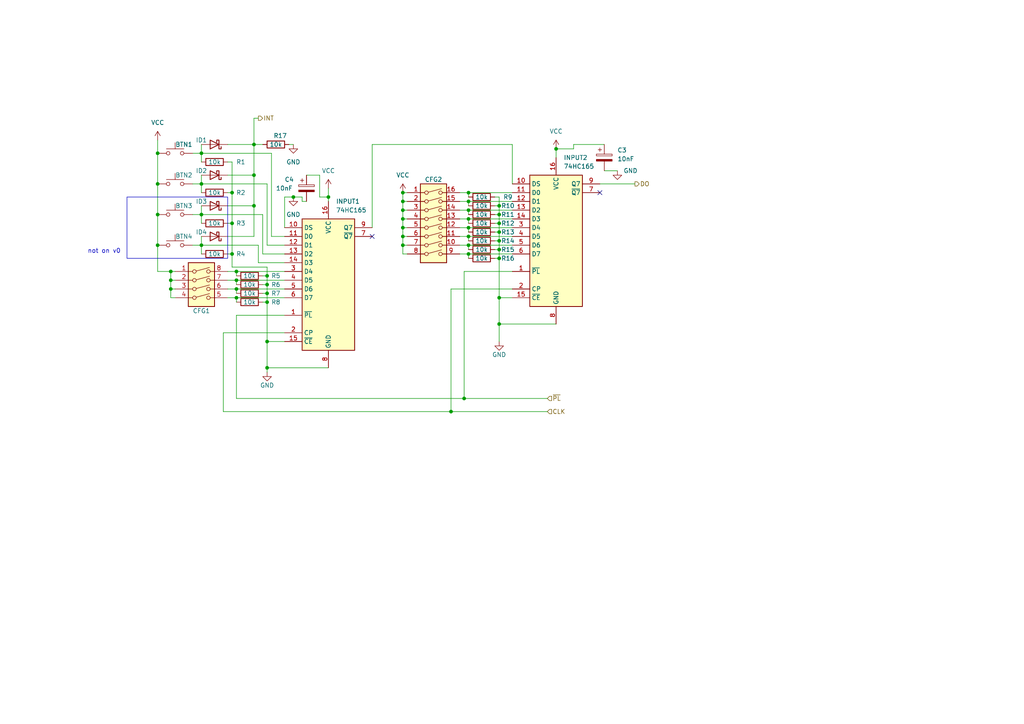
<source format=kicad_sch>
(kicad_sch (version 20230121) (generator eeschema)
  (paper "A4")
  (lib_symbols
    (symbol "74xx:74HC165"
      (property "Reference" "U" (at -7.62 19.05 0))
      (property "Value" "74HC165" (at -7.62 -21.59 0))
      (symbol "74HC165_1_0"
        (pin input line (at -12.7 -10.16 0) (length 5.08) (name "~{PL}") (number "1"))
        (pin input line (at -12.7 15.24 0) (length 5.08) (name "DS") (number "10"))
        (pin input line (at -12.7 12.7 0) (length 5.08) (name "D0") (number "11"))
        (pin input line (at -12.7 10.16 0) (length 5.08) (name "D1") (number "12"))
        (pin input line (at -12.7 7.62 0) (length 5.08) (name "D2") (number "13"))
        (pin input line (at -12.7 5.08 0) (length 5.08) (name "D3") (number "14"))
        (pin input line (at -12.7 -17.78 0) (length 5.08) (name "~{CE}") (number "15"))
        (pin power_in line (at 0 22.86 270) (length 5.08) (name "VCC") (number "16"))
        (pin input line (at -12.7 -15.24 0) (length 5.08) (name "CP") (number "2"))
        (pin input line (at -12.7 2.54 0) (length 5.08) (name "D4") (number "3"))
        (pin input line (at -12.7 0 0) (length 5.08) (name "D5") (number "4"))
        (pin input line (at -12.7 -2.54 0) (length 5.08) (name "D6") (number "5"))
        (pin input line (at -12.7 -5.08 0) (length 5.08) (name "D7") (number "6"))
        (pin output line (at 12.7 12.7 180) (length 5.08) (name "~{Q7}") (number "7"))
        (pin power_in line (at 0 -25.4 90) (length 5.08) (name "GND") (number "8"))
        (pin output line (at 12.7 15.24 180) (length 5.08) (name "Q7") (number "9"))
      )
      (symbol "74HC165_1_1"
        (rectangle (start -7.62 17.78) (end 7.62 -20.32) (stroke (width 0.254)) (fill (type background)))
      )
    )
    (symbol "Device:C_Polarized" (pin_numbers hide) (pin_names (offset 0.254))
      (property "Reference" "C" (at 0.635 2.54 0))
      (property "Value" "C_Polarized" (at 0.635 -2.54 0))
      (symbol "C_Polarized_0_1"
        (rectangle (start -2.286 0.508) (end 2.286 1.016))
        (polyline (pts (xy -1.778 2.286) (xy -0.762 2.286)))
        (polyline (pts (xy -1.27 2.794) (xy -1.27 1.778)))
        (rectangle (start 2.286 -0.508) (end -2.286 -1.016) (fill (type outline)))
      )
      (symbol "C_Polarized_1_1"
        (pin passive line (at 0 3.81 270) (length 2.794) (name "~") (number "1"))
        (pin passive line (at 0 -3.81 90) (length 2.794) (name "~") (number "2"))
      )
    )
    (symbol "Device:D_Schottky" (pin_numbers hide) (pin_names (offset 1.016) hide)
      (property "Reference" "D" (at 0 2.54 0))
      (property "Value" "D_Schottky" (at 0 -2.54 0))
      (symbol "D_Schottky_0_1"
        (polyline (pts (xy 1.27 0) (xy -1.27 0)))
        (polyline (pts (xy 1.27 1.27) (xy 1.27 -1.27) (xy -1.27 0) (xy 1.27 1.27)) (stroke (width 0.254)))
        (polyline (pts (xy -1.905 0.635) (xy -1.905 1.27) (xy -1.27 1.27) (xy -1.27 -1.27) (xy -0.635 -1.27) (xy -0.635 -0.635)) (stroke (width 0.254)))
      )
      (symbol "D_Schottky_1_1"
        (pin passive line (at -3.81 0 0) (length 2.54) (name "K") (number "1"))
        (pin passive line (at 3.81 0 180) (length 2.54) (name "A") (number "2"))
      )
    )
    (symbol "Device:R" (pin_numbers hide) (pin_names (offset 0))
      (property "Reference" "R" (at 2.032 0 90))
      (property "Value" "R" (at 0 0 90))
      (symbol "R_0_1"
        (rectangle (start -1.016 -2.54) (end 1.016 2.54) (stroke (width 0.254)))
      )
      (symbol "R_1_1"
        (pin passive line (at 0 3.81 270) (length 1.27) (name "~") (number "1"))
        (pin passive line (at 0 -3.81 90) (length 1.27) (name "~") (number "2"))
      )
    )
    (symbol "Switch:SW_DIP_x04" (pin_names (offset 0) hide)
      (property "Reference" "SW" (at 0 8.89 0))
      (property "Value" "SW_DIP_x04" (at 0 -6.35 0))
      (symbol "SW_DIP_x04_0_0"
        (circle (center -2.032 -2.54) (radius 0.508))
        (circle (center -2.032 0) (radius 0.508))
        (circle (center -2.032 2.54) (radius 0.508))
        (circle (center -2.032 5.08) (radius 0.508))
        (polyline (pts (xy -1.524 -2.3876) (xy 2.3622 -1.3462)))
        (polyline (pts (xy -1.524 0.127) (xy 2.3622 1.1684)))
        (polyline (pts (xy -1.524 2.667) (xy 2.3622 3.7084)))
        (polyline (pts (xy -1.524 5.207) (xy 2.3622 6.2484)))
        (circle (center 2.032 -2.54) (radius 0.508))
        (circle (center 2.032 0) (radius 0.508))
        (circle (center 2.032 2.54) (radius 0.508))
        (circle (center 2.032 5.08) (radius 0.508))
      )
      (symbol "SW_DIP_x04_0_1"
        (rectangle (start -3.81 7.62) (end 3.81 -5.08) (stroke (width 0.254)) (fill (type background)))
      )
      (symbol "SW_DIP_x04_1_1"
        (pin passive line (at -7.62 5.08 0) (length 5.08) (name "~") (number "1"))
        (pin passive line (at -7.62 2.54 0) (length 5.08) (name "~") (number "2"))
        (pin passive line (at -7.62 0 0) (length 5.08) (name "~") (number "3"))
        (pin passive line (at -7.62 -2.54 0) (length 5.08) (name "~") (number "4"))
        (pin passive line (at 7.62 -2.54 180) (length 5.08) (name "~") (number "5"))
        (pin passive line (at 7.62 0 180) (length 5.08) (name "~") (number "6"))
        (pin passive line (at 7.62 2.54 180) (length 5.08) (name "~") (number "7"))
        (pin passive line (at 7.62 5.08 180) (length 5.08) (name "~") (number "8"))
      )
    )
    (symbol "Switch:SW_DIP_x08" (pin_names (offset 0) hide)
      (property "Reference" "SW" (at 0 13.97 0))
      (property "Value" "SW_DIP_x08" (at 0 -11.43 0))
      (symbol "SW_DIP_x08_0_0"
        (circle (center -2.032 -7.62) (radius 0.508))
        (circle (center -2.032 -5.08) (radius 0.508))
        (circle (center -2.032 -2.54) (radius 0.508))
        (circle (center -2.032 0) (radius 0.508))
        (circle (center -2.032 2.54) (radius 0.508))
        (circle (center -2.032 5.08) (radius 0.508))
        (circle (center -2.032 7.62) (radius 0.508))
        (circle (center -2.032 10.16) (radius 0.508))
        (polyline (pts (xy -1.524 -7.4676) (xy 2.3622 -6.4262)))
        (polyline (pts (xy -1.524 -4.9276) (xy 2.3622 -3.8862)))
        (polyline (pts (xy -1.524 -2.3876) (xy 2.3622 -1.3462)))
        (polyline (pts (xy -1.524 0.127) (xy 2.3622 1.1684)))
        (polyline (pts (xy -1.524 2.667) (xy 2.3622 3.7084)))
        (polyline (pts (xy -1.524 5.207) (xy 2.3622 6.2484)))
        (polyline (pts (xy -1.524 7.747) (xy 2.3622 8.7884)))
        (polyline (pts (xy -1.524 10.287) (xy 2.3622 11.3284)))
        (circle (center 2.032 -7.62) (radius 0.508))
        (circle (center 2.032 -5.08) (radius 0.508))
        (circle (center 2.032 -2.54) (radius 0.508))
        (circle (center 2.032 0) (radius 0.508))
        (circle (center 2.032 2.54) (radius 0.508))
        (circle (center 2.032 5.08) (radius 0.508))
        (circle (center 2.032 7.62) (radius 0.508))
        (circle (center 2.032 10.16) (radius 0.508))
      )
      (symbol "SW_DIP_x08_0_1"
        (rectangle (start -3.81 12.7) (end 3.81 -10.16) (stroke (width 0.254)) (fill (type background)))
      )
      (symbol "SW_DIP_x08_1_1"
        (pin passive line (at -7.62 10.16 0) (length 5.08) (name "~") (number "1"))
        (pin passive line (at 7.62 -5.08 180) (length 5.08) (name "~") (number "10"))
        (pin passive line (at 7.62 -2.54 180) (length 5.08) (name "~") (number "11"))
        (pin passive line (at 7.62 0 180) (length 5.08) (name "~") (number "12"))
        (pin passive line (at 7.62 2.54 180) (length 5.08) (name "~") (number "13"))
        (pin passive line (at 7.62 5.08 180) (length 5.08) (name "~") (number "14"))
        (pin passive line (at 7.62 7.62 180) (length 5.08) (name "~") (number "15"))
        (pin passive line (at 7.62 10.16 180) (length 5.08) (name "~") (number "16"))
        (pin passive line (at -7.62 7.62 0) (length 5.08) (name "~") (number "2"))
        (pin passive line (at -7.62 5.08 0) (length 5.08) (name "~") (number "3"))
        (pin passive line (at -7.62 2.54 0) (length 5.08) (name "~") (number "4"))
        (pin passive line (at -7.62 0 0) (length 5.08) (name "~") (number "5"))
        (pin passive line (at -7.62 -2.54 0) (length 5.08) (name "~") (number "6"))
        (pin passive line (at -7.62 -5.08 0) (length 5.08) (name "~") (number "7"))
        (pin passive line (at -7.62 -7.62 0) (length 5.08) (name "~") (number "8"))
        (pin passive line (at 7.62 -7.62 180) (length 5.08) (name "~") (number "9"))
      )
    )
    (symbol "Switch:SW_Push" (pin_numbers hide) (pin_names (offset 1.016) hide)
      (property "Reference" "SW" (at 1.27 2.54 0))
      (property "Value" "SW_Push" (at 0 -1.524 0))
      (symbol "SW_Push_0_1"
        (circle (center -2.032 0) (radius 0.508))
        (polyline (pts (xy 0 1.27) (xy 0 3.048)))
        (polyline (pts (xy 2.54 1.27) (xy -2.54 1.27)))
        (circle (center 2.032 0) (radius 0.508))
        (pin passive line (at -5.08 0 0) (length 2.54) (name "1") (number "1"))
        (pin passive line (at 5.08 0 180) (length 2.54) (name "2") (number "2"))
      )
    )
    (symbol "power:GND" (power) (pin_names (offset 0))
      (property "Value" "GND" (at 0 -3.81 0))
      (symbol "GND_0_1"
        (polyline (pts (xy 0 0) (xy 0 -1.27) (xy 1.27 -1.27) (xy 0 -2.54) (xy -1.27 -1.27) (xy 0 -1.27)))
      )
      (symbol "GND_1_1"
        (pin power_in line (at 0 0 270) (length 0) hide (name "GND") (number "1"))
      )
    )
    (symbol "power:VCC" (power) (pin_names (offset 0))
      (property "Value" "VCC" (at 0 3.81 0))
      (symbol "VCC_0_1"
        (polyline (pts (xy -0.762 1.27) (xy 0 2.54)))
        (polyline (pts (xy 0 0) (xy 0 2.54)))
        (polyline (pts (xy 0 2.54) (xy 0.762 1.27)))
      )
      (symbol "VCC_1_1"
        (pin power_in line (at 0 0 90) (length 0) hide (name "VCC") (number "1"))
      )
    )
  )
  (junction (at 144.78 74.93))
  (junction (at 58.42 44.45))
  (junction (at 73.66 41.91))
  (junction (at 116.84 71.12))
  (junction (at 77.47 80.01))
  (junction (at 45.72 53.34))
  (junction (at 95.25 57.15))
  (junction (at 58.42 53.34))
  (junction (at 135.89 55.88))
  (junction (at 77.47 106.68))
  (junction (at 49.53 81.28))
  (junction (at 116.84 66.04))
  (junction (at 73.66 59.69))
  (junction (at 144.78 59.69))
  (junction (at 134.62 115.57))
  (junction (at 58.42 62.23))
  (junction (at 68.58 86.36))
  (junction (at 144.78 86.36))
  (junction (at 144.78 62.23))
  (junction (at 135.89 73.66))
  (junction (at 49.53 83.82))
  (junction (at 67.31 73.66))
  (junction (at 68.58 83.82))
  (junction (at 45.72 62.23))
  (junction (at 116.84 60.96))
  (junction (at 135.89 71.12))
  (junction (at 67.31 55.88))
  (junction (at 135.89 58.42))
  (junction (at 135.89 60.96))
  (junction (at 130.81 119.38))
  (junction (at 116.84 68.58))
  (junction (at 45.72 44.45))
  (junction (at 77.47 85.09))
  (junction (at 77.47 87.63))
  (junction (at 144.78 72.39))
  (junction (at 77.47 99.06))
  (junction (at 68.58 81.28))
  (junction (at 135.89 63.5))
  (junction (at 73.66 50.8))
  (junction (at 85.09 57.15))
  (junction (at 67.31 64.77))
  (junction (at 161.29 43.18))
  (junction (at 49.53 78.74))
  (junction (at 144.78 64.77))
  (junction (at 116.84 58.42))
  (junction (at 68.58 78.74))
  (junction (at 45.72 71.12))
  (junction (at 77.47 82.55))
  (junction (at 116.84 55.88))
  (junction (at 144.78 93.98))
  (junction (at 135.89 66.04))
  (junction (at 58.42 71.12))
  (junction (at 144.78 67.31))
  (junction (at 144.78 69.85))
  (junction (at 116.84 63.5))
  (junction (at 135.89 68.58))
  (no_connect (at 107.95 68.58))
  (no_connect (at 173.99 55.88))
  (wire (pts (xy 68.58 115.57) (xy 134.62 115.57)))
  (wire (pts (xy 161.29 43.18) (xy 161.29 45.72)))
  (wire (pts (xy 77.47 85.09) (xy 77.47 87.63)))
  (wire (pts (xy 144.78 67.31) (xy 144.78 69.85)))
  (wire (pts (xy 116.84 71.12) (xy 118.11 71.12)))
  (wire (pts (xy 85.09 57.15) (xy 87.63 57.15)))
  (wire (pts (xy 83.82 41.91) (xy 85.09 41.91)))
  (wire (pts (xy 135.89 60.96) (xy 148.59 60.96)))
  (wire (pts (xy 76.2 87.63) (xy 77.47 87.63)))
  (wire (pts (xy 144.78 74.93) (xy 144.78 86.36)))
  (wire (pts (xy 148.59 78.74) (xy 134.62 78.74)))
  (wire (pts (xy 82.55 57.15) (xy 85.09 57.15)))
  (wire (pts (xy 49.53 83.82) (xy 49.53 86.36)))
  (wire (pts (xy 118.11 55.88) (xy 116.84 55.88)))
  (wire (pts (xy 77.47 82.55) (xy 77.47 85.09)))
  (wire (pts (xy 58.42 53.34) (xy 77.47 53.34)))
  (wire (pts (xy 58.42 71.12) (xy 58.42 68.58)))
  (wire (pts (xy 64.77 119.38) (xy 130.81 119.38)))
  (wire (pts (xy 144.78 93.98) (xy 144.78 99.06)))
  (wire (pts (xy 133.35 55.88) (xy 135.89 55.88)))
  (wire (pts (xy 66.04 50.8) (xy 73.66 50.8)))
  (wire (pts (xy 173.99 53.34) (xy 184.15 53.34)))
  (wire (pts (xy 134.62 78.74) (xy 134.62 115.57)))
  (wire (pts (xy 116.84 68.58) (xy 118.11 68.58)))
  (wire (pts (xy 55.88 62.23) (xy 58.42 62.23)))
  (wire (pts (xy 92.71 57.15) (xy 95.25 57.15)))
  (wire (pts (xy 116.84 71.12) (xy 116.84 73.66)))
  (wire (pts (xy 74.93 71.12) (xy 74.93 76.2)))
  (wire (pts (xy 143.51 69.85) (xy 144.78 69.85)))
  (wire (pts (xy 76.2 80.01) (xy 77.47 80.01)))
  (wire (pts (xy 135.89 66.04) (xy 135.89 67.31)))
  (wire (pts (xy 143.51 74.93) (xy 144.78 74.93)))
  (wire (pts (xy 135.89 58.42) (xy 148.59 58.42)))
  (wire (pts (xy 73.66 50.8) (xy 73.66 59.69)))
  (wire (pts (xy 73.66 41.91) (xy 73.66 50.8)))
  (wire (pts (xy 77.47 80.01) (xy 77.47 82.55)))
  (wire (pts (xy 76.2 73.66) (xy 82.55 73.66)))
  (wire (pts (xy 116.84 63.5) (xy 118.11 63.5)))
  (wire (pts (xy 66.04 83.82) (xy 68.58 83.82)))
  (wire (pts (xy 175.26 49.53) (xy 179.07 49.53)))
  (wire (pts (xy 58.42 53.34) (xy 58.42 50.8)))
  (wire (pts (xy 130.81 119.38) (xy 158.75 119.38)))
  (wire (pts (xy 116.84 68.58) (xy 116.84 71.12)))
  (wire (pts (xy 87.63 58.42) (xy 87.63 57.15)))
  (wire (pts (xy 133.35 58.42) (xy 135.89 58.42)))
  (wire (pts (xy 55.88 44.45) (xy 58.42 44.45)))
  (wire (pts (xy 135.89 66.04) (xy 148.59 66.04)))
  (wire (pts (xy 49.53 86.36) (xy 50.8 86.36)))
  (wire (pts (xy 55.88 71.12) (xy 58.42 71.12)))
  (wire (pts (xy 88.9 58.42) (xy 87.63 58.42)))
  (wire (pts (xy 92.71 50.8) (xy 92.71 57.15)))
  (wire (pts (xy 116.84 73.66) (xy 118.11 73.66)))
  (wire (pts (xy 67.31 46.99) (xy 66.04 46.99)))
  (wire (pts (xy 77.47 87.63) (xy 77.47 99.06)))
  (wire (pts (xy 58.42 53.34) (xy 58.42 55.88)))
  (wire (pts (xy 116.84 63.5) (xy 116.84 66.04)))
  (wire (pts (xy 68.58 86.36) (xy 82.55 86.36)))
  (wire (pts (xy 77.47 106.68) (xy 77.47 107.95)))
  (wire (pts (xy 49.53 83.82) (xy 50.8 83.82)))
  (wire (pts (xy 76.2 82.55) (xy 77.47 82.55)))
  (wire (pts (xy 166.37 41.91) (xy 166.37 43.18)))
  (wire (pts (xy 66.04 64.77) (xy 67.31 64.77)))
  (wire (pts (xy 116.84 66.04) (xy 116.84 68.58)))
  (wire (pts (xy 67.31 77.47) (xy 67.31 73.66)))
  (wire (pts (xy 134.62 115.57) (xy 158.75 115.57)))
  (wire (pts (xy 135.89 60.96) (xy 135.89 62.23)))
  (wire (pts (xy 45.72 44.45) (xy 45.72 53.34)))
  (wire (pts (xy 58.42 44.45) (xy 58.42 41.91)))
  (wire (pts (xy 135.89 73.66) (xy 148.59 73.66)))
  (wire (pts (xy 55.88 53.34) (xy 58.42 53.34)))
  (wire (pts (xy 73.66 34.29) (xy 73.66 41.91)))
  (wire (pts (xy 68.58 81.28) (xy 82.55 81.28)))
  (wire (pts (xy 64.77 96.52) (xy 82.55 96.52)))
  (wire (pts (xy 143.51 64.77) (xy 144.78 64.77)))
  (wire (pts (xy 116.84 60.96) (xy 116.84 63.5)))
  (wire (pts (xy 143.51 72.39) (xy 144.78 72.39)))
  (wire (pts (xy 135.89 71.12) (xy 148.59 71.12)))
  (wire (pts (xy 143.51 67.31) (xy 144.78 67.31)))
  (wire (pts (xy 74.93 76.2) (xy 82.55 76.2)))
  (wire (pts (xy 67.31 55.88) (xy 67.31 46.99)))
  (wire (pts (xy 135.89 55.88) (xy 135.89 57.15)))
  (wire (pts (xy 66.04 55.88) (xy 67.31 55.88)))
  (wire (pts (xy 135.89 55.88) (xy 148.59 55.88)))
  (wire (pts (xy 143.51 59.69) (xy 144.78 59.69)))
  (wire (pts (xy 49.53 78.74) (xy 45.72 78.74)))
  (wire (pts (xy 45.72 40.64) (xy 45.72 44.45)))
  (wire (pts (xy 78.74 68.58) (xy 78.74 44.45)))
  (wire (pts (xy 77.47 77.47) (xy 67.31 77.47)))
  (wire (pts (xy 45.72 78.74) (xy 45.72 71.12)))
  (wire (pts (xy 68.58 81.28) (xy 68.58 82.55)))
  (wire (pts (xy 66.04 81.28) (xy 68.58 81.28)))
  (wire (pts (xy 135.89 71.12) (xy 135.89 72.39)))
  (wire (pts (xy 49.53 81.28) (xy 49.53 83.82)))
  (wire (pts (xy 133.35 68.58) (xy 135.89 68.58)))
  (wire (pts (xy 77.47 106.68) (xy 95.25 106.68)))
  (wire (pts (xy 133.35 71.12) (xy 135.89 71.12)))
  (wire (pts (xy 66.04 78.74) (xy 68.58 78.74)))
  (wire (pts (xy 49.53 78.74) (xy 50.8 78.74)))
  (wire (pts (xy 144.78 86.36) (xy 148.59 86.36)))
  (wire (pts (xy 166.37 43.18) (xy 161.29 43.18)))
  (wire (pts (xy 66.04 59.69) (xy 73.66 59.69)))
  (wire (pts (xy 88.9 50.8) (xy 92.71 50.8)))
  (wire (pts (xy 144.78 69.85) (xy 144.78 72.39)))
  (wire (pts (xy 133.35 63.5) (xy 135.89 63.5)))
  (wire (pts (xy 144.78 64.77) (xy 144.78 67.31)))
  (wire (pts (xy 135.89 68.58) (xy 148.59 68.58)))
  (wire (pts (xy 135.89 73.66) (xy 135.89 74.93)))
  (wire (pts (xy 68.58 83.82) (xy 68.58 85.09)))
  (wire (pts (xy 58.42 71.12) (xy 58.42 73.66)))
  (wire (pts (xy 77.47 99.06) (xy 82.55 99.06)))
  (wire (pts (xy 116.84 58.42) (xy 118.11 58.42)))
  (wire (pts (xy 66.04 86.36) (xy 68.58 86.36)))
  (wire (pts (xy 58.42 62.23) (xy 76.2 62.23)))
  (wire (pts (xy 77.47 71.12) (xy 82.55 71.12)))
  (wire (pts (xy 68.58 83.82) (xy 82.55 83.82)))
  (wire (pts (xy 143.51 57.15) (xy 144.78 57.15)))
  (wire (pts (xy 64.77 96.52) (xy 64.77 119.38)))
  (wire (pts (xy 135.89 63.5) (xy 135.89 64.77)))
  (wire (pts (xy 68.58 91.44) (xy 68.58 115.57)))
  (wire (pts (xy 77.47 99.06) (xy 77.47 106.68)))
  (wire (pts (xy 107.95 66.04) (xy 107.95 41.91)))
  (wire (pts (xy 133.35 73.66) (xy 135.89 73.66)))
  (wire (pts (xy 144.78 86.36) (xy 144.78 93.98)))
  (wire (pts (xy 76.2 62.23) (xy 76.2 73.66)))
  (wire (pts (xy 144.78 93.98) (xy 161.29 93.98)))
  (wire (pts (xy 76.2 85.09) (xy 77.47 85.09)))
  (wire (pts (xy 82.55 68.58) (xy 78.74 68.58)))
  (wire (pts (xy 74.93 34.29) (xy 73.66 34.29)))
  (wire (pts (xy 58.42 44.45) (xy 58.42 46.99)))
  (wire (pts (xy 78.74 44.45) (xy 58.42 44.45)))
  (wire (pts (xy 58.42 62.23) (xy 58.42 64.77)))
  (wire (pts (xy 73.66 59.69) (xy 73.66 68.58)))
  (wire (pts (xy 144.78 59.69) (xy 144.78 62.23)))
  (wire (pts (xy 58.42 62.23) (xy 58.42 59.69)))
  (wire (pts (xy 144.78 57.15) (xy 144.78 59.69)))
  (wire (pts (xy 135.89 68.58) (xy 135.89 69.85)))
  (wire (pts (xy 143.51 62.23) (xy 144.78 62.23)))
  (wire (pts (xy 82.55 66.04) (xy 82.55 57.15)))
  (wire (pts (xy 130.81 83.82) (xy 130.81 119.38)))
  (wire (pts (xy 148.59 83.82) (xy 130.81 83.82)))
  (wire (pts (xy 66.04 41.91) (xy 73.66 41.91)))
  (wire (pts (xy 49.53 81.28) (xy 50.8 81.28)))
  (wire (pts (xy 67.31 64.77) (xy 67.31 55.88)))
  (wire (pts (xy 148.59 41.91) (xy 148.59 53.34)))
  (wire (pts (xy 135.89 58.42) (xy 135.89 59.69)))
  (wire (pts (xy 68.58 78.74) (xy 68.58 80.01)))
  (wire (pts (xy 49.53 78.74) (xy 49.53 81.28)))
  (wire (pts (xy 175.26 41.91) (xy 166.37 41.91)))
  (wire (pts (xy 95.25 57.15) (xy 95.25 58.42)))
  (wire (pts (xy 116.84 58.42) (xy 116.84 60.96)))
  (wire (pts (xy 107.95 41.91) (xy 148.59 41.91)))
  (wire (pts (xy 68.58 78.74) (xy 82.55 78.74)))
  (wire (pts (xy 45.72 53.34) (xy 45.72 62.23)))
  (wire (pts (xy 45.72 62.23) (xy 45.72 71.12)))
  (wire (pts (xy 144.78 72.39) (xy 144.78 74.93)))
  (wire (pts (xy 133.35 60.96) (xy 135.89 60.96)))
  (wire (pts (xy 116.84 55.88) (xy 116.84 58.42)))
  (wire (pts (xy 68.58 86.36) (xy 68.58 87.63)))
  (wire (pts (xy 73.66 68.58) (xy 66.04 68.58)))
  (wire (pts (xy 95.25 54.61) (xy 95.25 57.15)))
  (wire (pts (xy 133.35 66.04) (xy 135.89 66.04)))
  (wire (pts (xy 144.78 62.23) (xy 144.78 64.77)))
  (wire (pts (xy 66.04 73.66) (xy 67.31 73.66)))
  (wire (pts (xy 135.89 63.5) (xy 148.59 63.5)))
  (wire (pts (xy 77.47 53.34) (xy 77.47 71.12)))
  (wire (pts (xy 73.66 41.91) (xy 76.2 41.91)))
  (wire (pts (xy 116.84 60.96) (xy 118.11 60.96)))
  (wire (pts (xy 116.84 66.04) (xy 118.11 66.04)))
  (wire (pts (xy 82.55 91.44) (xy 68.58 91.44)))
  (wire (pts (xy 58.42 71.12) (xy 74.93 71.12)))
  (wire (pts (xy 77.47 80.01) (xy 77.47 77.47)))
  (wire (pts (xy 67.31 73.66) (xy 67.31 64.77)))
  (rectangle (start 36.83 57.15) (end 66.04 74.93))
  (text "not on v0" (at 25.4 73.66 0) (effects (font (size 1.27 1.27)) (justify left bottom)))
  (hierarchical_label "INT" (shape output) (at 74.93 34.29 0))
  (hierarchical_label "DO" (shape output) (at 184.15 53.34 0))
  (hierarchical_label "~{PL}" (shape input) (at 158.75 115.57 0))
  (hierarchical_label "CLK" (shape input) (at 158.75 119.38 0))
  (symbol (lib_id "Device:R") (at 139.7 59.69 90) (unit 1)
    (property "Reference" "R10" (at 147.32 59.69 90))
    (property "Value" "10k" (at 139.7 59.69 90))
    (property "Footprint" "Resistor_SMD:R_0805_2012Metric_Pad1.20x1.40mm_HandSolder" (effects hide))
  )
  (symbol (lib_id "Device:C_Polarized") (at 175.26 45.72 0) (unit 1)
    (property "Reference" "C3" (at 179.07 43.561 0) (effects (justify left)))
    (property "Value" "10nF" (at 179.07 46.101 0) (effects (justify left)))
    (property "Footprint" "Capacitor_SMD:C_0805_2012Metric_Pad1.18x1.45mm_HandSolder" (effects hide))
  )
  (symbol (lib_id "power:GND") (at 144.78 99.06 0) (unit 1)
    (property "Reference" "#PWR06" (effects hide))
    (property "Value" "GND" (at 144.78 102.87 0))
  )
  (symbol (lib_id "Device:D_Schottky") (at 62.23 59.69 180) (unit 1) (in_bom no) (on_board no)
    (property "Reference" "ID3" (at 58.42 58.42 0))
    (property "Value" "D_Schottky" (effects hide))
    (property "Footprint" "Diode_SMD:D_SMA_Handsoldering" (effects hide))
  )
  (symbol (lib_id "Switch:SW_Push") (at 50.8 44.45 0) (unit 1)
    (property "Reference" "BTN1" (at 53.34 41.91 0))
    (property "Value" "SW_Push" (effects hide))
    (property "Footprint" "Button_Switch_Keyboard:SW_Cherry_MX_1.00u_PCB" (effects hide))
  )
  (symbol (lib_id "Switch:SW_Push") (at 50.8 53.34 0) (unit 1)
    (property "Reference" "BTN2" (at 53.34 50.8 0))
    (property "Value" "SW_Push" (effects hide))
    (property "Footprint" "Button_Switch_Keyboard:SW_Cherry_MX_1.00u_PCB" (effects hide))
  )
  (symbol (lib_id "Device:D_Schottky") (at 62.23 41.91 180) (unit 1)
    (property "Reference" "ID1" (at 58.42 40.64 0))
    (property "Value" "D_Schottky" (effects hide))
    (property "Footprint" "Diode_SMD:D_SMA_Handsoldering" (effects hide))
  )
  (symbol (lib_id "Device:R") (at 139.7 57.15 90) (unit 1)
    (property "Reference" "R9" (at 147.32 57.15 90))
    (property "Value" "10k" (at 139.7 57.15 90))
    (property "Footprint" "Resistor_SMD:R_0805_2012Metric_Pad1.20x1.40mm_HandSolder" (effects hide))
  )
  (symbol (lib_id "power:VCC") (at 45.72 40.64 0) (unit 1)
    (property "Reference" "#PWR01" (effects hide))
    (property "Value" "VCC" (at 45.72 35.56 0))
  )
  (symbol (lib_id "Device:R") (at 72.39 85.09 90) (unit 1)
    (property "Reference" "R7" (at 80.01 85.09 90))
    (property "Value" "10k" (at 72.39 85.09 90))
    (property "Footprint" "Resistor_SMD:R_0805_2012Metric_Pad1.20x1.40mm_HandSolder" (effects hide))
  )
  (symbol (lib_id "Switch:SW_Push") (at 50.8 62.23 0) (unit 1) (in_bom no) (on_board no)
    (property "Reference" "BTN3" (at 53.34 59.69 0))
    (property "Value" "SW_Push" (effects hide))
    (property "Footprint" "Button_Switch_Keyboard:SW_Cherry_MX_1.00u_PCB" (effects hide))
  )
  (symbol (lib_id "Device:R") (at 62.23 64.77 90) (unit 1) (in_bom no) (on_board no)
    (property "Reference" "R3" (at 69.85 64.77 90))
    (property "Value" "10k" (at 62.23 64.77 90))
    (property "Footprint" "Resistor_SMD:R_0805_2012Metric_Pad1.20x1.40mm_HandSolder" (effects hide))
  )
  (symbol (lib_id "power:VCC") (at 116.84 55.88 0) (unit 1)
    (property "Reference" "#PWR05" (effects hide))
    (property "Value" "VCC" (at 116.84 50.8 0))
  )
  (symbol (lib_id "Device:R") (at 139.7 64.77 90) (unit 1)
    (property "Reference" "R12" (at 147.32 64.77 90))
    (property "Value" "10k" (at 139.7 64.77 90))
    (property "Footprint" "Resistor_SMD:R_0805_2012Metric_Pad1.20x1.40mm_HandSolder" (effects hide))
  )
  (symbol (lib_id "Switch:SW_DIP_x08") (at 125.73 66.04 0) (unit 1)
    (property "Reference" "CFG2" (at 125.73 52.07 0))
    (property "Value" "SW_DIP_x08" (effects hide))
    (property "Footprint" "Button_Switch_THT:SW_DIP_SPSTx08_Slide_9.78x22.5mm_W7.62mm_P2.54mm" (effects hide))
  )
  (symbol (lib_id "Device:D_Schottky") (at 62.23 50.8 180) (unit 1)
    (property "Reference" "ID2" (at 58.42 49.53 0))
    (property "Value" "D_Schottky" (effects hide))
    (property "Footprint" "Diode_SMD:D_SMA_Handsoldering" (effects hide))
  )
  (symbol (lib_id "power:GND") (at 85.09 57.15 0) (unit 1)
    (property "Reference" "#PWR07" (effects hide))
    (property "Value" "GND" (at 85.09 62.23 0))
  )
  (symbol (lib_id "Switch:SW_Push") (at 50.8 71.12 0) (unit 1) (in_bom no) (on_board no)
    (property "Reference" "BTN4" (at 53.34 68.58 0))
    (property "Value" "SW_Push" (effects hide))
    (property "Footprint" "Button_Switch_Keyboard:SW_Cherry_MX_1.00u_PCB" (effects hide))
  )
  (symbol (lib_id "Device:R") (at 72.39 80.01 90) (unit 1)
    (property "Reference" "R5" (at 80.01 80.01 90))
    (property "Value" "10k" (at 72.39 80.01 90))
    (property "Footprint" "Resistor_SMD:R_0805_2012Metric_Pad1.20x1.40mm_HandSolder" (effects hide))
  )
  (symbol (lib_id "Device:R") (at 80.01 41.91 90) (unit 1)
    (property "Reference" "R17" (at 81.28 39.37 90))
    (property "Value" "10k" (at 80.01 41.91 90))
    (property "Footprint" "Resistor_SMD:R_0805_2012Metric_Pad1.20x1.40mm_HandSolder" (effects hide))
  )
  (symbol (lib_id "power:GND") (at 179.07 49.53 0) (unit 1)
    (property "Reference" "#PWR011" (effects hide))
    (property "Value" "GND" (at 182.88 49.53 0))
  )
  (symbol (lib_id "Device:R") (at 72.39 82.55 90) (unit 1)
    (property "Reference" "R6" (at 80.01 82.55 90))
    (property "Value" "10k" (at 72.39 82.55 90))
    (property "Footprint" "Resistor_SMD:R_0805_2012Metric_Pad1.20x1.40mm_HandSolder" (effects hide))
  )
  (symbol (lib_id "power:GND") (at 77.47 107.95 0) (unit 1)
    (property "Reference" "#PWR04" (effects hide))
    (property "Value" "GND" (at 77.47 111.76 0))
  )
  (symbol (lib_id "power:VCC") (at 95.25 54.61 0) (unit 1)
    (property "Reference" "#PWR010" (effects hide))
    (property "Value" "VCC" (at 95.25 49.53 0))
  )
  (symbol (lib_id "Device:R") (at 72.39 87.63 90) (unit 1)
    (property "Reference" "R8" (at 80.01 87.63 90))
    (property "Value" "10k" (at 72.39 87.63 90))
    (property "Footprint" "Resistor_SMD:R_0805_2012Metric_Pad1.20x1.40mm_HandSolder" (effects hide))
  )
  (symbol (lib_id "power:VCC") (at 161.29 43.18 0) (unit 1)
    (property "Reference" "#PWR09" (effects hide))
    (property "Value" "VCC" (at 161.29 38.1 0))
  )
  (symbol (lib_id "Switch:SW_DIP_x04") (at 58.42 83.82 0) (unit 1)
    (property "Reference" "CFG1" (at 58.42 90.17 0))
    (property "Value" "SW_DIP_x04" (effects hide))
    (property "Footprint" "Button_Switch_THT:SW_DIP_SPSTx04_Slide_9.78x12.34mm_W7.62mm_P2.54mm" (effects hide))
  )
  (symbol (lib_id "Device:R") (at 139.7 62.23 90) (unit 1)
    (property "Reference" "R11" (at 147.32 62.23 90))
    (property "Value" "10k" (at 139.7 62.23 90))
    (property "Footprint" "Resistor_SMD:R_0805_2012Metric_Pad1.20x1.40mm_HandSolder" (effects hide))
  )
  (symbol (lib_id "Device:R") (at 62.23 55.88 90) (unit 1)
    (property "Reference" "R2" (at 69.85 55.88 90))
    (property "Value" "10k" (at 62.23 55.88 90))
    (property "Footprint" "Resistor_SMD:R_0805_2012Metric_Pad1.20x1.40mm_HandSolder" (effects hide))
  )
  (symbol (lib_id "Device:D_Schottky") (at 62.23 68.58 180) (unit 1) (in_bom no) (on_board no)
    (property "Reference" "ID4" (at 58.42 67.31 0))
    (property "Value" "D_Schottky" (effects hide))
    (property "Footprint" "Diode_SMD:D_SMA_Handsoldering" (effects hide))
  )
  (symbol (lib_id "Device:R") (at 62.23 46.99 90) (unit 1)
    (property "Reference" "R1" (at 69.85 46.99 90))
    (property "Value" "10k" (at 62.23 46.99 90))
    (property "Footprint" "Resistor_SMD:R_0805_2012Metric_Pad1.20x1.40mm_HandSolder" (effects hide))
  )
  (symbol (lib_id "Device:R") (at 139.7 67.31 90) (unit 1)
    (property "Reference" "R13" (at 147.32 67.31 90))
    (property "Value" "10k" (at 139.7 67.31 90))
    (property "Footprint" "Resistor_SMD:R_0805_2012Metric_Pad1.20x1.40mm_HandSolder" (effects hide))
  )
  (symbol (lib_id "Device:C_Polarized") (at 88.9 54.61 0) (unit 1)
    (property "Reference" "C4" (at 82.55 52.07 0) (effects (justify left)))
    (property "Value" "10nF" (at 80.01 54.61 0) (effects (justify left)))
    (property "Footprint" "Capacitor_SMD:C_0805_2012Metric_Pad1.18x1.45mm_HandSolder" (effects hide))
  )
  (symbol (lib_id "Device:R") (at 139.7 69.85 90) (unit 1)
    (property "Reference" "R14" (at 147.32 69.85 90))
    (property "Value" "10k" (at 139.7 69.85 90))
    (property "Footprint" "Resistor_SMD:R_0805_2012Metric_Pad1.20x1.40mm_HandSolder" (effects hide))
  )
  (symbol (lib_id "Device:R") (at 62.23 73.66 90) (unit 1) (in_bom no) (on_board no)
    (property "Reference" "R4" (at 69.85 73.66 90))
    (property "Value" "10k" (at 62.23 73.66 90))
    (property "Footprint" "Resistor_SMD:R_0805_2012Metric_Pad1.20x1.40mm_HandSolder" (effects hide))
  )
  (symbol (lib_id "74xx:74HC165") (at 161.29 68.58 0) (unit 1)
    (property "Reference" "INPUT2" (at 163.4841 45.72 0) (effects (justify left)))
    (property "Value" "74HC165" (at 163.4841 48.26 0) (effects (justify left)))
    (property "Footprint" "Package_SO:SOP-16_3.9x9.9mm_P1.27mm" (effects hide))
    (property "Datasheet" "https://assets.nexperia.com/documents/data-sheet/74HC_HCT165.pdf" (effects hide))
  )
  (symbol (lib_id "Device:R") (at 139.7 72.39 90) (unit 1)
    (property "Reference" "R15" (at 147.32 72.39 90))
    (property "Value" "10k" (at 139.7 72.39 90))
    (property "Footprint" "Resistor_SMD:R_0805_2012Metric_Pad1.20x1.40mm_HandSolder" (effects hide))
  )
  (symbol (lib_id "74xx:74HC165") (at 95.25 81.28 0) (unit 1)
    (property "Reference" "INPUT1" (at 97.4441 58.42 0) (effects (justify left)))
    (property "Value" "74HC165" (at 97.4441 60.96 0) (effects (justify left)))
    (property "Footprint" "Package_SO:SOP-16_3.9x9.9mm_P1.27mm" (effects hide))
    (property "Datasheet" "https://assets.nexperia.com/documents/data-sheet/74HC_HCT165.pdf" (effects hide))
  )
  (symbol (lib_id "power:GND") (at 85.09 41.91 0) (unit 1)
    (property "Reference" "#PWR08" (effects hide))
    (property "Value" "GND" (at 85.09 46.99 0))
  )
  (symbol (lib_id "Device:R") (at 139.7 74.93 90) (unit 1)
    (property "Reference" "R16" (at 147.32 74.93 90))
    (property "Value" "10k" (at 139.7 74.93 90))
    (property "Footprint" "Resistor_SMD:R_0805_2012Metric_Pad1.20x1.40mm_HandSolder" (effects hide))
  )
)
</source>
